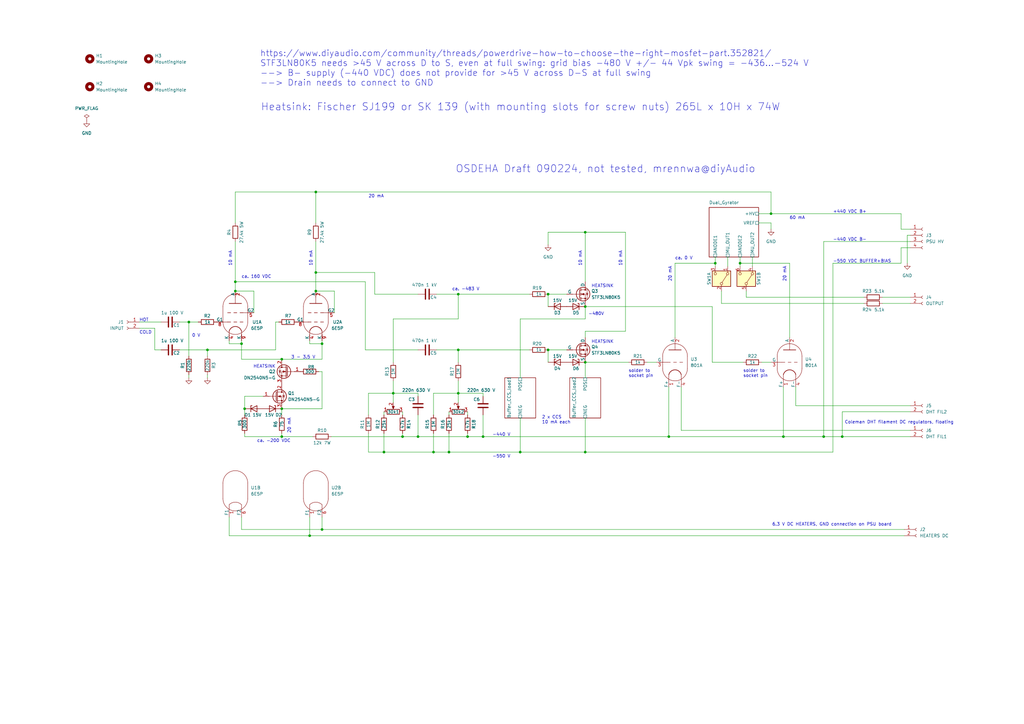
<source format=kicad_sch>
(kicad_sch (version 20230121) (generator eeschema)
  (paper "A3")
  (title_block (title "OSDEHA Amplifier"))
  (lib_symbols
    (symbol "Connector:Conn_01x02_Socket" (pin_names (offset 1.016) hide)
      (property "Reference" "J" (at 0 2.54 0))
      (property "Value" "Conn_01x02_Socket" (at 0 -5.08 0))
      (symbol "Conn_01x02_Socket_1_1"
        (arc (start 0 -2.032) (mid -0.5058 -2.54) (end 0 -3.048) (stroke (width 0.1524)))
        (polyline (pts (xy -1.27 -2.54) (xy -0.508 -2.54)) (stroke (width 0.1524)))
        (polyline (pts (xy -1.27 0) (xy -0.508 0)) (stroke (width 0.1524)))
        (arc (start 0 0.508) (mid -0.5058 0) (end 0 -0.508) (stroke (width 0.1524)))
        (pin passive line (at -5.08 0 0) (length 3.81) (name "Pin_1") (number "1"))
        (pin passive line (at -5.08 -2.54 0) (length 3.81) (name "Pin_2") (number "2"))
      )
    )
    (symbol "Connector:Conn_01x04_Socket" (pin_names (offset 1.016) hide)
      (property "Reference" "J" (at 0 5.08 0))
      (property "Value" "Conn_01x04_Socket" (at 0 -7.62 0))
      (symbol "Conn_01x04_Socket_1_1"
        (arc (start 0 -4.572) (mid -0.5058 -5.08) (end 0 -5.588) (stroke (width 0.1524)))
        (arc (start 0 -2.032) (mid -0.5058 -2.54) (end 0 -3.048) (stroke (width 0.1524)))
        (polyline (pts (xy -1.27 -5.08) (xy -0.508 -5.08)) (stroke (width 0.1524)))
        (polyline (pts (xy -1.27 -2.54) (xy -0.508 -2.54)) (stroke (width 0.1524)))
        (polyline (pts (xy -1.27 0) (xy -0.508 0)) (stroke (width 0.1524)))
        (polyline (pts (xy -1.27 2.54) (xy -0.508 2.54)) (stroke (width 0.1524)))
        (arc (start 0 0.508) (mid -0.5058 0) (end 0 -0.508) (stroke (width 0.1524)))
        (arc (start 0 3.048) (mid -0.5058 2.54) (end 0 2.032) (stroke (width 0.1524)))
        (pin passive line (at -5.08 2.54 0) (length 3.81) (name "Pin_1") (number "1"))
        (pin passive line (at -5.08 0 0) (length 3.81) (name "Pin_2") (number "2"))
        (pin passive line (at -5.08 -2.54 0) (length 3.81) (name "Pin_3") (number "3"))
        (pin passive line (at -5.08 -5.08 0) (length 3.81) (name "Pin_4") (number "4"))
      )
    )
    (symbol "Device:C" (pin_numbers hide) (pin_names (offset 0.254))
      (property "Reference" "C" (at 0.635 2.54 0))
      (property "Value" "C" (at 0.635 -2.54 0))
      (symbol "C_0_1"
        (polyline (pts (xy -2.032 -0.762) (xy 2.032 -0.762)) (stroke (width 0.508)))
        (polyline (pts (xy -2.032 0.762) (xy 2.032 0.762)) (stroke (width 0.508)))
      )
      (symbol "C_1_1"
        (pin passive line (at 0 3.81 270) (length 2.794) (name "~") (number "1"))
        (pin passive line (at 0 -3.81 90) (length 2.794) (name "~") (number "2"))
      )
    )
    (symbol "Device:D_Zener" (pin_numbers hide) (pin_names (offset 1.016) hide)
      (property "Reference" "D" (at 0 2.54 0))
      (property "Value" "D_Zener" (at 0 -2.54 0))
      (symbol "D_Zener_0_1"
        (polyline (pts (xy 1.27 0) (xy -1.27 0)))
        (polyline (pts (xy -1.27 -1.27) (xy -1.27 1.27) (xy -0.762 1.27)) (stroke (width 0.254)))
        (polyline (pts (xy 1.27 -1.27) (xy 1.27 1.27) (xy -1.27 0) (xy 1.27 -1.27)) (stroke (width 0.254)))
      )
      (symbol "D_Zener_1_1"
        (pin passive line (at -3.81 0 0) (length 2.54) (name "K") (number "1"))
        (pin passive line (at 3.81 0 180) (length 2.54) (name "A") (number "2"))
      )
    )
    (symbol "Device:R" (pin_numbers hide) (pin_names (offset 0))
      (property "Reference" "R" (at 2.032 0 90))
      (property "Value" "R" (at 0 0 90))
      (symbol "R_0_1"
        (rectangle (start -1.016 -2.54) (end 1.016 2.54) (stroke (width 0.254)))
      )
      (symbol "R_1_1"
        (pin passive line (at 0 3.81 270) (length 1.27) (name "~") (number "1"))
        (pin passive line (at 0 -3.81 90) (length 1.27) (name "~") (number "2"))
      )
    )
    (symbol "Device:R_Potentiometer" (pin_names (offset 1.016) hide)
      (property "Reference" "RV" (at -4.445 0 90))
      (property "Value" "R_Potentiometer" (at -2.54 0 90))
      (symbol "R_Potentiometer_0_1"
        (polyline (pts (xy 2.54 0) (xy 1.524 0)))
        (polyline (pts (xy 1.143 0) (xy 2.286 0.508) (xy 2.286 -0.508) (xy 1.143 0)) (fill (type outline)))
        (rectangle (start 1.016 2.54) (end -1.016 -2.54) (stroke (width 0.254)))
      )
      (symbol "R_Potentiometer_1_1"
        (pin passive line (at 0 3.81 270) (length 1.27) (name "1") (number "1"))
        (pin passive line (at 3.81 0 180) (length 1.27) (name "2") (number "2"))
        (pin passive line (at 0 -3.81 90) (length 1.27) (name "3") (number "3"))
      )
    )
    (symbol "Mechanical:MountingHole" (pin_names (offset 1.016))
      (property "Reference" "H" (at 0 5.08 0))
      (property "Value" "MountingHole" (at 0 3.175 0))
      (symbol "MountingHole_0_1"
        (circle (center 0 0) (radius 1.27) (stroke (width 1.27)))
      )
    )
    (symbol "OSDEHA_AMP:6E5P" (pin_names (offset 0))
      (property "Reference" "U" (at 3.048 7.874 0))
      (property "Value" "6E5P" (at 8.89 5.08 0))
      (symbol "6E5P_0_1"
        (arc (start -5.08 -3.81) (mid 0 -8.8679) (end 5.08 -3.81))
        (polyline (pts (xy -5.08 2.54) (xy -5.08 -3.81) (xy -5.08 -3.81)))
        (polyline (pts (xy 5.08 -3.81) (xy 5.08 2.54) (xy 5.08 2.54)))
        (arc (start 5.08 2.54) (mid 0 7.5979) (end -5.08 2.54))
      )
      (symbol "6E5P_1_0"
        (polyline (pts (xy -2.54 -7.62) (xy -2.54 -10.16)))
        (polyline (pts (xy 2.54 -7.62) (xy 2.54 -10.16)))
      )
      (symbol "6E5P_1_1"
        (polyline (pts (xy -5.08 -3.81) (xy -3.175 -3.81)))
        (polyline (pts (xy -1.905 -3.81) (xy -3.175 -3.81)) (stroke (width 0.2032)))
        (polyline (pts (xy -1.905 0) (xy -3.175 0)) (stroke (width 0.2032)))
        (polyline (pts (xy -0.635 -3.81) (xy 0.635 -3.81)) (stroke (width 0.2032)))
        (polyline (pts (xy -0.635 0) (xy 0.635 0)) (stroke (width 0.2032)))
        (polyline (pts (xy 0 3.81) (xy 0 6.35)))
        (polyline (pts (xy 1.905 -3.81) (xy 3.175 -3.81)) (stroke (width 0.2032)))
        (polyline (pts (xy 1.905 0) (xy 3.175 0)) (stroke (width 0.2032)))
        (polyline (pts (xy 3.175 0) (xy 5.08 0)))
        (polyline (pts (xy -2.54 3.81) (xy 2.54 3.81) (xy 2.54 3.81)) (stroke (width 0.254)))
        (arc (start 2.54 -7.62) (mid 0 -5.6368) (end -2.54 -7.62) (stroke (width 0.254)))
        (pin output line (at 0 8.89 270) (length 2.54) (name "A") (number "2"))
        (pin bidirectional line (at -2.54 -11.43 90) (length 2.54) (name "K") (number "4"))
        (pin input line (at 7.62 0 180) (length 2.54) (name "G2") (number "5"))
        (pin input line (at -7.62 -3.81 0) (length 2.54) (name "G1") (number "8"))
        (pin bidirectional line (at 2.54 -11.43 90) (length 2.54) (name "K") (number "9"))
      )
      (symbol "6E5P_2_1"
        (polyline (pts (xy -2.54 -6.35) (xy -2.54 -7.62) (xy -2.54 -7.62)))
        (polyline (pts (xy 2.54 -7.62) (xy 2.54 -6.35) (xy 2.54 -6.35)))
        (arc (start 2.54 -6.35) (mid 0 -5.2979) (end -2.54 -6.35))
        (pin power_in line (at -2.54 -11.43 90) (length 3.81) (name "F1") (number "1"))
        (pin power_in line (at 2.54 -11.43 90) (length 3.81) (name "F2") (number "6"))
      )
    )
    (symbol "OSDEHA_AMP:801A" (pin_names (offset 0))
      (property "Reference" "U" (at 3.048 7.874 0))
      (property "Value" "801A" (at 8.89 5.08 0))
      (symbol "801A_0_1"
        (arc (start -5.08 -2.54) (mid 0 -7.5979) (end 5.08 -2.54))
        (polyline (pts (xy 5.08 2.54) (xy 5.08 -2.54)))
        (polyline (pts (xy -5.08 2.54) (xy -5.08 -2.54) (xy -5.08 -2.54)))
        (arc (start 5.08 2.54) (mid 0 7.5979) (end -5.08 2.54))
      )
      (symbol "801A_1_0"
        (polyline (pts (xy -2.54 -5.08) (xy -2.54 -7.62)))
        (polyline (pts (xy -1.905 0) (xy -3.175 0)) (stroke (width 0.1524)))
        (polyline (pts (xy -0.635 0) (xy 0.635 0)) (stroke (width 0.1524)))
        (polyline (pts (xy 0 5.08) (xy 0 7.62)))
        (polyline (pts (xy 1.905 0) (xy 3.175 0)) (stroke (width 0.1524)))
        (polyline (pts (xy 2.54 -5.08) (xy 2.54 -7.62)))
      )
      (symbol "801A_1_1"
        (polyline (pts (xy -5.08 0) (xy -3.175 0)))
        (polyline (pts (xy -2.54 5.08) (xy 2.54 5.08) (xy 2.54 5.08)) (stroke (width 0.254)))
        (arc (start 2.54 -5.08) (mid 0 -3.0968) (end -2.54 -5.08) (stroke (width 0.254)))
        (pin bidirectional line (at -2.54 -10.16 90) (length 2.54) (name "F+") (number "1"))
        (pin output line (at 0 10.16 270) (length 2.54) (name "A") (number "2"))
        (pin input line (at -7.62 0 0) (length 2.54) (name "G") (number "3"))
        (pin bidirectional line (at 2.54 -10.16 90) (length 2.54) (name "F-") (number "4"))
      )
    )
    (symbol "Simulation_SPICE:NMOS" (pin_numbers hide) (pin_names (offset 0))
      (property "Reference" "Q" (at 5.08 1.27 0))
      (property "Value" "NMOS" (at 5.08 -1.27 0))
      (symbol "NMOS_0_1"
        (polyline (pts (xy 0.254 0) (xy -2.54 0)))
        (polyline (pts (xy 0.254 1.905) (xy 0.254 -1.905)) (stroke (width 0.254)))
        (polyline (pts (xy 0.762 -1.27) (xy 0.762 -2.286)) (stroke (width 0.254)))
        (polyline (pts (xy 0.762 0.508) (xy 0.762 -0.508)) (stroke (width 0.254)))
        (polyline (pts (xy 0.762 2.286) (xy 0.762 1.27)) (stroke (width 0.254)))
        (polyline (pts (xy 2.54 2.54) (xy 2.54 1.778)))
        (polyline (pts (xy 2.54 -2.54) (xy 2.54 0) (xy 0.762 0)))
        (polyline (pts (xy 0.762 -1.778) (xy 3.302 -1.778) (xy 3.302 1.778) (xy 0.762 1.778)))
        (polyline (pts (xy 1.016 0) (xy 2.032 0.381) (xy 2.032 -0.381) (xy 1.016 0)) (fill (type outline)))
        (polyline (pts (xy 2.794 0.508) (xy 2.921 0.381) (xy 3.683 0.381) (xy 3.81 0.254)))
        (polyline (pts (xy 3.302 0.381) (xy 2.921 -0.254) (xy 3.683 -0.254) (xy 3.302 0.381)))
        (circle (center 1.651 0) (radius 2.794) (stroke (width 0.254)))
        (circle (center 2.54 -1.778) (radius 0.254) (fill (type outline)))
        (circle (center 2.54 1.778) (radius 0.254) (fill (type outline)))
      )
      (symbol "NMOS_1_1"
        (pin passive line (at 2.54 5.08 270) (length 2.54) (name "D") (number "1"))
        (pin input line (at -5.08 0 0) (length 2.54) (name "G") (number "2"))
        (pin passive line (at 2.54 -5.08 90) (length 2.54) (name "S") (number "3"))
      )
    )
    (symbol "Switch:SW_DPDT_x2" (pin_names (offset 0) hide)
      (property "Reference" "SW" (at 0 5.08 0))
      (property "Value" "SW_DPDT_x2" (at 0 -5.08 0))
      (symbol "SW_DPDT_x2_0_0"
        (circle (center -2.032 0) (radius 0.508))
        (circle (center 2.032 -2.54) (radius 0.508))
      )
      (symbol "SW_DPDT_x2_0_1"
        (rectangle (start -3.175 3.81) (end 3.175 -3.81) (stroke (width 0.254)) (fill (type background)))
        (polyline (pts (xy -1.524 0.254) (xy 1.5748 2.286)))
        (circle (center 2.032 2.54) (radius 0.508))
      )
      (symbol "SW_DPDT_x2_1_1"
        (pin passive line (at 5.08 2.54 180) (length 2.54) (name "A") (number "1"))
        (pin passive line (at -5.08 0 0) (length 2.54) (name "B") (number "2"))
        (pin passive line (at 5.08 -2.54 180) (length 2.54) (name "C") (number "3"))
      )
      (symbol "SW_DPDT_x2_2_1"
        (pin passive line (at 5.08 2.54 180) (length 2.54) (name "A") (number "4"))
        (pin passive line (at -5.08 0 0) (length 2.54) (name "B") (number "5"))
        (pin passive line (at 5.08 -2.54 180) (length 2.54) (name "C") (number "6"))
      )
    )
    (symbol "Transistor_FET_Other:DN2540N5-G" (pin_names (offset 0) hide)
      (property "Reference" "Q" (at 5.08 1.905 0))
      (property "Value" "DN2540N5-G" (at 5.08 0 0))
      (symbol "DN2540N5-G_0_1"
        (polyline (pts (xy 0.254 0) (xy -2.54 0)))
        (polyline (pts (xy 0.254 1.905) (xy 0.254 -1.905)) (stroke (width 0.254)))
        (polyline (pts (xy 0.762 2.286) (xy 0.762 -2.286)) (stroke (width 0.254)))
        (polyline (pts (xy 2.54 2.54) (xy 2.54 1.778)))
        (polyline (pts (xy 2.54 -2.54) (xy 2.54 0) (xy 0.762 0)))
        (polyline (pts (xy 0.762 -1.778) (xy 3.302 -1.778) (xy 3.302 1.778) (xy 0.762 1.778)))
        (polyline (pts (xy 1.016 0) (xy 2.032 0.381) (xy 2.032 -0.381) (xy 1.016 0)) (fill (type outline)))
        (polyline (pts (xy 2.794 0.508) (xy 2.921 0.381) (xy 3.683 0.381) (xy 3.81 0.254)))
        (polyline (pts (xy 3.302 0.381) (xy 2.921 -0.254) (xy 3.683 -0.254) (xy 3.302 0.381)))
        (circle (center 1.651 0) (radius 2.794) (stroke (width 0.254)))
        (circle (center 2.54 -1.778) (radius 0.254) (fill (type outline)))
        (circle (center 2.54 1.778) (radius 0.254) (fill (type outline)))
      )
      (symbol "DN2540N5-G_1_1"
        (pin input line (at -5.08 0 0) (length 2.54) (name "G") (number "1"))
        (pin passive line (at 2.54 5.08 270) (length 2.54) (name "D") (number "2"))
        (pin passive line (at 2.54 -5.08 90) (length 2.54) (name "S") (number "3"))
      )
    )
    (symbol "power:GND" (power) (pin_names (offset 0))
      (property "Value" "GND" (at 0 -3.81 0))
      (symbol "GND_0_1"
        (polyline (pts (xy 0 0) (xy 0 -1.27) (xy 1.27 -1.27) (xy 0 -2.54) (xy -1.27 -1.27) (xy 0 -1.27)))
      )
      (symbol "GND_1_1"
        (pin power_in line (at 0 0 270) (length 0) hide (name "GND") (number "1"))
      )
    )
    (symbol "power:PWR_FLAG" (power) (pin_numbers hide) (pin_names (offset 0) hide)
      (property "Value" "PWR_FLAG" (at 0 3.81 0))
      (symbol "PWR_FLAG_0_0"
        (pin power_out line (at 0 0 90) (length 0) (name "pwr") (number "1"))
      )
      (symbol "PWR_FLAG_0_1"
        (polyline (pts (xy 0 0) (xy 0 1.27) (xy -1.016 1.905) (xy 0 2.54) (xy 1.016 1.905) (xy 0 1.27)))
      )
    )
  )
  (junction (at 99.06 140.97))
  (junction (at 187.96 120.65))
  (junction (at 115.57 167.64))
  (junction (at 240.03 185.42))
  (junction (at 198.12 179.07))
  (junction (at 184.15 185.42))
  (junction (at 191.77 179.07))
  (junction (at 224.79 120.65))
  (junction (at 132.08 217.17))
  (junction (at 96.52 119.38))
  (junction (at 129.54 119.38))
  (junction (at 274.32 179.07))
  (junction (at 129.54 111.76))
  (junction (at 115.57 147.32))
  (junction (at 293.37 107.95))
  (junction (at 171.45 179.07))
  (junction (at 316.23 87.63))
  (junction (at 187.96 143.51))
  (junction (at 96.52 115.57))
  (junction (at 129.54 78.74))
  (junction (at 77.47 132.08))
  (junction (at 345.44 179.07))
  (junction (at 85.09 143.51))
  (junction (at 165.1 179.07))
  (junction (at 321.31 179.07))
  (junction (at 240.03 148.59))
  (junction (at 127 219.71))
  (junction (at 115.57 179.07))
  (junction (at 303.53 107.95))
  (junction (at 100.33 167.64))
  (junction (at 213.36 185.42))
  (junction (at 132.08 140.97))
  (junction (at 161.29 161.29))
  (junction (at 240.03 125.73))
  (junction (at 187.96 161.29))
  (junction (at 240.03 95.25))
  (junction (at 337.82 179.07))
  (junction (at 177.8 185.42))
  (junction (at 157.48 185.42))
  (junction (at 224.79 143.51))
  (wire (pts (xy 292.1 148.59) (xy 304.8 148.59)))
  (wire (pts (xy 306.07 119.38) (xy 306.07 121.92)))
  (wire (pts (xy 341.63 107.95) (xy 341.63 185.42)))
  (wire (pts (xy 198.12 170.18) (xy 198.12 179.07)))
  (wire (pts (xy 99.06 139.7) (xy 99.06 140.97)))
  (wire (pts (xy 184.15 177.8) (xy 184.15 185.42)))
  (wire (pts (xy 113.03 132.08) (xy 113.03 143.51)))
  (wire (pts (xy 213.36 130.81) (xy 213.36 154.94)))
  (wire (pts (xy 96.52 115.57) (xy 149.86 115.57)))
  (wire (pts (xy 85.09 143.51) (xy 85.09 146.05)))
  (wire (pts (xy 99.06 212.09) (xy 99.06 217.17)))
  (wire (pts (xy 130.81 152.4) (xy 132.08 152.4)))
  (wire (pts (xy 93.98 140.97) (xy 99.06 140.97)))
  (wire (pts (xy 165.1 168.91) (xy 165.1 170.18)))
  (wire (pts (xy 274.32 179.07) (xy 321.31 179.07)))
  (wire (pts (xy 303.53 107.95) (xy 303.53 109.22)))
  (wire (pts (xy 213.36 185.42) (xy 240.03 185.42)))
  (wire (pts (xy 100.33 177.8) (xy 100.33 179.07)))
  (wire (pts (xy 77.47 132.08) (xy 77.47 146.05)))
  (wire (pts (xy 171.45 161.29) (xy 161.29 161.29)))
  (wire (pts (xy 129.54 111.76) (xy 129.54 119.38)))
  (wire (pts (xy 100.33 162.56) (xy 100.33 167.64)))
  (wire (pts (xy 316.23 87.63) (xy 369.57 87.63)))
  (wire (pts (xy 198.12 162.56) (xy 198.12 161.29)))
  (wire (pts (xy 213.36 171.45) (xy 213.36 185.42)))
  (wire (pts (xy 115.57 147.32) (xy 132.08 147.32)))
  (wire (pts (xy 135.89 179.07) (xy 165.1 179.07)))
  (wire (pts (xy 85.09 153.67) (xy 85.09 154.94)))
  (wire (pts (xy 165.1 177.8) (xy 165.1 179.07)))
  (wire (pts (xy 132.08 217.17) (xy 370.84 217.17)))
  (wire (pts (xy 276.86 138.43) (xy 276.86 107.95)))
  (wire (pts (xy 161.29 130.81) (xy 161.29 148.59)))
  (wire (pts (xy 127 139.7) (xy 127 140.97)))
  (wire (pts (xy 369.57 93.98) (xy 369.57 87.63)))
  (wire (pts (xy 161.29 156.21) (xy 161.29 161.29)))
  (wire (pts (xy 165.1 179.07) (xy 171.45 179.07)))
  (wire (pts (xy 132.08 167.64) (xy 115.57 167.64)))
  (wire (pts (xy 104.14 119.38) (xy 96.52 119.38)))
  (wire (pts (xy 157.48 177.8) (xy 157.48 185.42)))
  (wire (pts (xy 177.8 161.29) (xy 187.96 161.29)))
  (wire (pts (xy 132.08 152.4) (xy 132.08 167.64)))
  (wire (pts (xy 153.67 120.65) (xy 153.67 111.76)))
  (wire (pts (xy 179.07 143.51) (xy 187.96 143.51)))
  (wire (pts (xy 337.82 99.06) (xy 337.82 179.07)))
  (wire (pts (xy 323.85 138.43) (xy 323.85 107.95)))
  (wire (pts (xy 303.53 105.41) (xy 303.53 107.95)))
  (wire (pts (xy 157.48 168.91) (xy 157.48 170.18)))
  (wire (pts (xy 187.96 143.51) (xy 217.17 143.51)))
  (wire (pts (xy 100.33 179.07) (xy 115.57 179.07)))
  (wire (pts (xy 191.77 168.91) (xy 191.77 170.18)))
  (wire (pts (xy 177.8 185.42) (xy 184.15 185.42)))
  (wire (pts (xy 316.23 87.63) (xy 311.15 87.63)))
  (wire (pts (xy 279.4 158.75) (xy 279.4 176.53)))
  (wire (pts (xy 240.03 148.59) (xy 257.81 148.59)))
  (wire (pts (xy 151.13 161.29) (xy 151.13 170.18)))
  (wire (pts (xy 179.07 120.65) (xy 187.96 120.65)))
  (wire (pts (xy 312.42 148.59) (xy 316.23 148.59)))
  (wire (pts (xy 308.61 105.41) (xy 308.61 109.22)))
  (wire (pts (xy 63.5 143.51) (xy 63.5 134.62)))
  (wire (pts (xy 240.03 95.25) (xy 240.03 115.57)))
  (wire (pts (xy 295.91 124.46) (xy 354.33 124.46)))
  (wire (pts (xy 274.32 158.75) (xy 274.32 179.07)))
  (wire (pts (xy 316.23 78.74) (xy 316.23 87.63)))
  (wire (pts (xy 57.15 134.62) (xy 63.5 134.62)))
  (wire (pts (xy 295.91 119.38) (xy 295.91 124.46)))
  (wire (pts (xy 337.82 99.06) (xy 373.38 99.06)))
  (wire (pts (xy 198.12 179.07) (xy 274.32 179.07)))
  (wire (pts (xy 177.8 161.29) (xy 177.8 170.18)))
  (wire (pts (xy 187.96 120.65) (xy 187.96 130.81)))
  (wire (pts (xy 77.47 153.67) (xy 77.47 154.94)))
  (wire (pts (xy 187.96 156.21) (xy 187.96 161.29)))
  (wire (pts (xy 161.29 130.81) (xy 187.96 130.81)))
  (wire (pts (xy 66.04 143.51) (xy 63.5 143.51)))
  (wire (pts (xy 279.4 176.53) (xy 373.38 176.53)))
  (wire (pts (xy 337.82 179.07) (xy 345.44 179.07)))
  (wire (pts (xy 292.1 148.59) (xy 292.1 125.73)))
  (wire (pts (xy 151.13 177.8) (xy 151.13 185.42)))
  (wire (pts (xy 151.13 161.29) (xy 161.29 161.29)))
  (wire (pts (xy 224.79 120.65) (xy 232.41 120.65)))
  (wire (pts (xy 256.54 135.89) (xy 256.54 95.25)))
  (wire (pts (xy 132.08 147.32) (xy 132.08 140.97)))
  (wire (pts (xy 191.77 179.07) (xy 198.12 179.07)))
  (wire (pts (xy 171.45 170.18) (xy 171.45 179.07)))
  (wire (pts (xy 240.03 125.73) (xy 240.03 130.81)))
  (wire (pts (xy 345.44 168.91) (xy 345.44 179.07)))
  (wire (pts (xy 96.52 99.06) (xy 96.52 115.57)))
  (wire (pts (xy 369.57 107.95) (xy 369.57 101.6)))
  (wire (pts (xy 96.52 78.74) (xy 129.54 78.74)))
  (wire (pts (xy 99.06 147.32) (xy 115.57 147.32)))
  (wire (pts (xy 93.98 139.7) (xy 93.98 140.97)))
  (wire (pts (xy 240.03 125.73) (xy 292.1 125.73)))
  (wire (pts (xy 115.57 177.8) (xy 115.57 179.07)))
  (wire (pts (xy 316.23 91.44) (xy 316.23 93.98)))
  (wire (pts (xy 321.31 179.07) (xy 337.82 179.07)))
  (wire (pts (xy 157.48 185.42) (xy 177.8 185.42)))
  (wire (pts (xy 276.86 107.95) (xy 293.37 107.95)))
  (wire (pts (xy 129.54 91.44) (xy 129.54 78.74)))
  (wire (pts (xy 115.57 179.07) (xy 128.27 179.07)))
  (wire (pts (xy 373.38 168.91) (xy 345.44 168.91)))
  (wire (pts (xy 341.63 107.95) (xy 369.57 107.95)))
  (wire (pts (xy 171.45 120.65) (xy 153.67 120.65)))
  (wire (pts (xy 100.33 167.64) (xy 100.33 170.18)))
  (wire (pts (xy 151.13 185.42) (xy 157.48 185.42)))
  (wire (pts (xy 73.66 132.08) (xy 77.47 132.08)))
  (wire (pts (xy 132.08 212.09) (xy 132.08 217.17)))
  (wire (pts (xy 127 140.97) (xy 132.08 140.97)))
  (wire (pts (xy 129.54 99.06) (xy 129.54 111.76)))
  (wire (pts (xy 57.15 132.08) (xy 66.04 132.08)))
  (wire (pts (xy 187.96 143.51) (xy 187.96 148.59)))
  (wire (pts (xy 115.57 167.64) (xy 115.57 170.18)))
  (wire (pts (xy 361.95 121.92) (xy 373.38 121.92)))
  (wire (pts (xy 149.86 143.51) (xy 149.86 115.57)))
  (wire (pts (xy 326.39 158.75) (xy 326.39 166.37)))
  (wire (pts (xy 129.54 78.74) (xy 316.23 78.74)))
  (wire (pts (xy 224.79 143.51) (xy 232.41 143.51)))
  (wire (pts (xy 361.95 124.46) (xy 373.38 124.46)))
  (wire (pts (xy 213.36 130.81) (xy 240.03 130.81)))
  (wire (pts (xy 293.37 109.22) (xy 293.37 107.95)))
  (wire (pts (xy 73.66 143.51) (xy 85.09 143.51)))
  (wire (pts (xy 77.47 132.08) (xy 81.28 132.08)))
  (wire (pts (xy 224.79 100.33) (xy 224.79 95.25)))
  (wire (pts (xy 187.96 161.29) (xy 187.96 165.1)))
  (wire (pts (xy 171.45 143.51) (xy 149.86 143.51)))
  (wire (pts (xy 311.15 91.44) (xy 316.23 91.44)))
  (wire (pts (xy 99.06 140.97) (xy 99.06 147.32)))
  (wire (pts (xy 99.06 217.17) (xy 132.08 217.17)))
  (wire (pts (xy 184.15 168.91) (xy 184.15 170.18)))
  (wire (pts (xy 137.16 128.27) (xy 137.16 119.38)))
  (wire (pts (xy 171.45 179.07) (xy 191.77 179.07)))
  (wire (pts (xy 265.43 148.59) (xy 269.24 148.59)))
  (wire (pts (xy 256.54 95.25) (xy 240.03 95.25)))
  (wire (pts (xy 372.11 96.52) (xy 373.38 96.52)))
  (wire (pts (xy 240.03 171.45) (xy 240.03 185.42)))
  (wire (pts (xy 96.52 78.74) (xy 96.52 91.44)))
  (wire (pts (xy 240.03 185.42) (xy 341.63 185.42)))
  (wire (pts (xy 198.12 161.29) (xy 187.96 161.29)))
  (wire (pts (xy 369.57 101.6) (xy 373.38 101.6)))
  (wire (pts (xy 127 219.71) (xy 370.84 219.71)))
  (wire (pts (xy 321.31 158.75) (xy 321.31 179.07)))
  (wire (pts (xy 240.03 138.43) (xy 240.03 135.89)))
  (wire (pts (xy 100.33 162.56) (xy 107.95 162.56)))
  (wire (pts (xy 113.03 143.51) (xy 85.09 143.51)))
  (wire (pts (xy 303.53 107.95) (xy 323.85 107.95)))
  (wire (pts (xy 129.54 111.76) (xy 153.67 111.76)))
  (wire (pts (xy 132.08 139.7) (xy 132.08 140.97)))
  (wire (pts (xy 224.79 120.65) (xy 224.79 125.73)))
  (wire (pts (xy 96.52 115.57) (xy 96.52 119.38)))
  (wire (pts (xy 372.11 96.52) (xy 372.11 107.95)))
  (wire (pts (xy 93.98 212.09) (xy 93.98 219.71)))
  (wire (pts (xy 104.14 128.27) (xy 104.14 119.38)))
  (wire (pts (xy 127 212.09) (xy 127 219.71)))
  (wire (pts (xy 161.29 161.29) (xy 161.29 165.1)))
  (wire (pts (xy 177.8 177.8) (xy 177.8 185.42)))
  (wire (pts (xy 293.37 105.41) (xy 293.37 107.95)))
  (wire (pts (xy 326.39 166.37) (xy 373.38 166.37)))
  (wire (pts (xy 240.03 148.59) (xy 240.03 154.94)))
  (wire (pts (xy 187.96 120.65) (xy 217.17 120.65)))
  (wire (pts (xy 137.16 119.38) (xy 129.54 119.38)))
  (wire (pts (xy 184.15 185.42) (xy 213.36 185.42)))
  (wire (pts (xy 306.07 121.92) (xy 354.33 121.92)))
  (wire (pts (xy 191.77 177.8) (xy 191.77 179.07)))
  (wire (pts (xy 224.79 95.25) (xy 240.03 95.25)))
  (wire (pts (xy 224.79 143.51) (xy 224.79 148.59)))
  (wire (pts (xy 114.3 132.08) (xy 113.03 132.08)))
  (wire (pts (xy 298.45 105.41) (xy 298.45 109.22)))
  (wire (pts (xy 345.44 179.07) (xy 373.38 179.07)))
  (wire (pts (xy 240.03 135.89) (xy 256.54 135.89)))
  (wire (pts (xy 373.38 93.98) (xy 369.57 93.98)))
  (wire (pts (xy 93.98 219.71) (xy 127 219.71)))
  (wire (pts (xy 171.45 162.56) (xy 171.45 161.29)))
  (text "Heatsink: Fischer SJ199 or SK 139 (with mounting slots for screw nuts) 265L x 10H x 74W" (at 320.04 45.72 0) (effects (font (size 3 3)) (justify right bottom)))
  (text "HEATSINK" (at 113.03 151.13 0) (effects (font (size 1.27 1.27)) (justify right bottom)))
  (text "ca. 160 VDC" (at 99.06 114.3 0) (effects (font (size 1.27 1.27)) (justify left bottom)))
  (text "ca. -200 VDC" (at 105.41 181.61 0) (effects (font (size 1.27 1.27)) (justify left bottom)))
  (text "-440 VDC B-" (at 341.63 99.06 0) (effects (font (size 1.27 1.27)) (justify left bottom)))
  (text "10 mA" (at 255.27 109.22 90) (effects (font (size 1.27 1.27)) (justify left bottom)))
  (text "10 mA" (at 128.27 109.22 90) (effects (font (size 1.27 1.27)) (justify left bottom)))
  (text "-550 VDC BUFFER+BIAS" (at 341.63 107.95 0) (effects (font (size 1.27 1.27)) (justify left bottom)))
  (text "HEATSINK" (at 242.57 140.97 0) (effects (font (size 1.27 1.27)) (justify left bottom)))
  (text "+440 VDC B+" (at 341.63 87.63 0) (effects (font (size 1.27 1.27)) (justify left bottom)))
  (text "HOT" (at 57.15 132.08 0) (effects (font (size 1.27 1.27)) (justify left bottom)))
  (text "20 mA" (at 275.59 109.22 90) (effects (font (size 1.27 1.27)) (justify right bottom)))
  (text "3 - 3.5 V" (at 119.38 147.32 0) (effects (font (size 1.27 1.27)) (justify left bottom)))
  (text "-550 V" (at 201.93 187.96 0) (effects (font (size 1.27 1.27)) (justify left bottom)))
  (text "-440 V" (at 201.93 179.07 0) (effects (font (size 1.27 1.27)) (justify left bottom)))
  (text "20 mA" (at 157.48 81.28 0) (effects (font (size 1.27 1.27)) (justify right bottom)))
  (text "https://www.diyaudio.com/community/threads/powerdrive-how-to-choose-the-right-mosfet-part.352821/\nSTF3LN80K5 needs >45 V across D to S, even at full swing: grid bias -480 V +/- 44 Vpk swing = -436...-524 V\n--> B- supply (-440 VDC) does not provide for >45 V across D-S at full swing\n--> Drain needs to connect to GND" (at 106.68 35.56 0) (effects (font (size 2.5 2.5)) (justify left bottom)))
  (text "-480V" (at 241.3 129.54 0) (effects (font (size 1.27 1.27)) (justify left bottom)))
  (text "ca. -483 V" (at 185.42 119.38 0) (effects (font (size 1.27 1.27)) (justify left bottom)))
  (text "60 mA" (at 330.2 90.17 0) (effects (font (size 1.27 1.27)) (justify right bottom)))
  (text "0 V" (at 78.74 138.43 0) (effects (font (size 1.27 1.27)) (justify left bottom)))
  (text "20 mA" (at 322.58 109.22 90) (effects (font (size 1.27 1.27)) (justify right bottom)))
  (text "ca. 0 V" (at 276.86 106.68 0) (effects (font (size 1.27 1.27)) (justify left bottom)))
  (text "6.3 V DC HEATERS, GND connection on PSU board" (at 365.76 215.9 0) (effects (font (size 1.27 1.27)) (justify right bottom)))
  (text "Coleman DHT filament DC regulators, floating" (at 391.16 173.99 0) (effects (font (size 1.27 1.27)) (justify right bottom)))
  (text "HEATSINK" (at 242.57 118.11 0) (effects (font (size 1.27 1.27)) (justify left bottom)))
  (text "10 mA" (at 95.25 109.22 90) (effects (font (size 1.27 1.27)) (justify left bottom)))
  (text "solder to\nsocket pin" (at 257.81 154.94 0) (effects (font (size 1.27 1.27)) (justify left bottom)))
  (text "OSDEHA Draft 090224, not tested, mrennwa@diyAudio" (at 309.88 71.12 0) (effects (font (size 3 3)) (justify right bottom)))
  (text "solder to\nsocket pin" (at 304.8 154.94 0) (effects (font (size 1.27 1.27)) (justify left bottom)))
  (text "COLD" (at 57.15 137.16 0) (effects (font (size 1.27 1.27)) (justify left bottom)))
  (text "10 mA" (at 238.76 109.22 90) (effects (font (size 1.27 1.27)) (justify left bottom)))
  (text "2 x CCS\n10 mA each" (at 222.25 173.99 0) (effects (font (size 1.27 1.27)) (justify left bottom)))
  (text "20 mA" (at 119.38 177.8 90) (effects (font (size 1.27 1.27)) (justify left bottom)))
  (symbol (lib_id "Device:R") (at 129.54 95.25 180) (unit 1)
    (property "Reference" "R9" (at 127 95.25 90))
    (property "Value" "27.4k 5W" (at 132.08 95.25 90))
    (property "Footprint" "Resistor_THT:R_Axial_DIN0922_L20.0mm_D9.0mm_P7.62mm_Vertical" (effects hide))
    (property "Datasheet" "https://www.mouser.ch/datasheet/2/303/res_80-3082561.pdf" (effects hide))
    (property "MPN" "85F27K4 " (effects hide))
  )
  (symbol (lib_id "Switch:SW_DPDT_x2") (at 295.91 114.3 270) (mirror x) (unit 1)
    (property "Reference" "SW1" (at 290.83 114.3 0))
    (property "Value" "SW_DPDT_x2" (effects hide))
    (property "Footprint" "OSDEHA_AMP:SWITCH_2POLE_ON_ON" (effects hide))
    (property "Datasheet" "https://www.mouser.ch/datasheet/2/418/1/NG_CD_2267078_A_2267078_c.dwg-689385.pdf" (effects hide))
    (property "MPN" "TMD1T5B2M2RE " (effects hide))
  )
  (symbol (lib_id "power:GND") (at 77.47 154.94 0) (unit 1)
    (property "Reference" "#PWR02" (effects hide))
    (property "Value" "GND" (effects hide))
  )
  (symbol (lib_id "OSDEHA_AMP:6E5P") (at 96.52 128.27 0) (unit 1)
    (property "Reference" "U1" (at 105.41 132.08 0))
    (property "Value" "6E5P" (at 105.41 134.62 0))
    (property "Footprint" "OSDEHA_AMP:belton_noval-bside" (effects hide))
  )
  (symbol (lib_id "Device:C") (at 69.85 132.08 270) (unit 1)
    (property "Reference" "C1" (at 72.39 133.35 90))
    (property "Value" "1u 100 V" (at 66.04 128.27 90) (effects (justify left)))
    (property "Footprint" "Capacitor_THT:C_Rect_L26.5mm_W7.0mm_P22.50mm_MKS4" (effects hide))
    (property "Datasheet" "https://www.mouser.ch/datasheet/2/440/e_WIMA_MKP_4-1139861.pdf" (effects hide))
    (property "MPN" "MKP4D041005D00JSSD" (effects hide))
  )
  (symbol (lib_id "Device:R") (at 115.57 173.99 0) (unit 1)
    (property "Reference" "R6" (at 113.03 173.99 90))
    (property "Value" "75" (at 115.57 173.99 90))
    (property "Footprint" "Resistor_THT:R_Axial_DIN0207_L6.3mm_D2.5mm_P10.16mm_Horizontal" (effects hide))
  )
  (symbol (lib_id "Transistor_FET_Other:DN2540N5-G") (at 113.03 162.56 0) (unit 1)
    (property "Reference" "Q1" (at 118.11 161.29 0) (effects (justify left)))
    (property "Value" "DN2540N5-G" (at 118.11 163.83 0) (effects (justify left)))
    (property "Footprint" "Package_TO_SOT_THT:TO-220-3_Vertical" (effects hide))
    (property "Datasheet" "https://ww1.microchip.com/downloads/en/DeviceDoc/DN2540%20B060313.pdf" (effects hide))
    (property "MPN" "DN2540N5-G" (effects hide))
  )
  (symbol (lib_id "Device:R") (at 96.52 95.25 180) (unit 1)
    (property "Reference" "R4" (at 93.98 95.25 90))
    (property "Value" "27.4k 5W" (at 99.06 95.25 90))
    (property "Footprint" "Resistor_THT:R_Axial_DIN0922_L20.0mm_D9.0mm_P7.62mm_Vertical" (effects hide))
    (property "Datasheet" "https://www.mouser.ch/datasheet/2/303/res_80-3082561.pdf" (effects hide))
    (property "MPN" "85F27K4 " (effects hide))
  )
  (symbol (lib_id "OSDEHA_AMP:6E5P") (at 129.54 200.66 0) (unit 2)
    (property "Reference" "U2" (at 135.89 200.025 0) (effects (justify left)))
    (property "Value" "6E5P" (at 135.89 202.565 0) (effects (justify left)))
    (property "Footprint" "OSDEHA_AMP:belton_noval-bside" (effects hide))
  )
  (symbol (lib_id "Device:R") (at 118.11 132.08 270) (unit 1)
    (property "Reference" "R7" (at 116.84 129.54 90) (effects (justify left)))
    (property "Value" "1k" (at 116.84 132.08 90) (effects (justify left)))
    (property "Footprint" "Resistor_THT:R_Axial_DIN0207_L6.3mm_D2.5mm_P10.16mm_Horizontal" (effects hide))
  )
  (symbol (lib_id "Device:R") (at 85.09 132.08 90) (unit 1)
    (property "Reference" "R2" (at 86.36 129.54 90) (effects (justify left)))
    (property "Value" "1k" (at 86.36 132.08 90) (effects (justify left)))
    (property "Footprint" "Resistor_THT:R_Axial_DIN0207_L6.3mm_D2.5mm_P10.16mm_Horizontal" (effects hide))
  )
  (symbol (lib_id "power:GND") (at 224.79 100.33 0) (unit 1)
    (property "Reference" "#PWR04" (effects hide))
    (property "Value" "GND" (at 224.79 105.41 0))
  )
  (symbol (lib_id "Switch:SW_DPDT_x2") (at 306.07 114.3 270) (mirror x) (unit 2)
    (property "Reference" "SW1" (at 311.15 114.3 0))
    (property "Value" "SW_DPDT_x2" (effects hide))
    (property "Footprint" "OSDEHA_AMP:SWITCH_2POLE_ON_ON" (effects hide))
    (property "Datasheet" "https://www.mouser.ch/datasheet/2/418/1/NG_CD_2267078_A_2267078_c.dwg-689385.pdf" (effects hide))
    (property "MPN" "TMD1T5B2M2RE " (effects hide))
  )
  (symbol (lib_id "Connector:Conn_01x02_Socket") (at 378.46 166.37 0) (unit 1)
    (property "Reference" "J5" (at 379.73 166.37 0) (effects (justify left)))
    (property "Value" "DHT FIL2" (at 379.73 168.91 0) (effects (justify left)))
    (property "Footprint" "Connector_Molex:Molex_KK-396_A-41791-0002_1x02_P3.96mm_Vertical" (effects hide))
    (property "Datasheet" "https://www.mouser.ch/ProductDetail/Molex/41791-0849?qs=z57USrEQgt3onYoexwRNhA%3D%3D" (effects hide))
  )
  (symbol (lib_id "OSDEHA_AMP:801A") (at 276.86 148.59 0) (unit 1)
    (property "Reference" "U3" (at 283.21 147.32 0) (effects (justify left)))
    (property "Value" "801A" (at 283.21 149.86 0) (effects (justify left)))
    (property "Footprint" "Connector_Molex:Molex_KK-396_A-41791-0004_1x04_P3.96mm_Vertical" (effects hide))
    (property "Datasheet" "http://www.r-type.org/pdfs/801A.pdf" (effects hide))
  )
  (symbol (lib_id "Device:R") (at 220.98 120.65 90) (unit 1)
    (property "Reference" "R19" (at 222.25 118.11 90) (effects (justify left)))
    (property "Value" "1k" (at 222.25 120.65 90) (effects (justify left)))
    (property "Footprint" "Resistor_THT:R_Axial_DIN0207_L6.3mm_D2.5mm_P10.16mm_Horizontal" (effects hide))
  )
  (symbol (lib_id "Device:R") (at 261.62 148.59 90) (unit 1) (on_board no)
    (property "Reference" "R21" (at 261.62 146.05 90))
    (property "Value" "1k" (at 261.62 148.59 90))
    (property "Footprint" "Resistor_THT:R_Axial_DIN0207_L6.3mm_D2.5mm_P10.16mm_Horizontal" (effects hide))
  )
  (symbol (lib_id "Device:R") (at 157.48 173.99 180) (unit 1)
    (property "Reference" "R12" (at 154.94 173.99 90))
    (property "Value" "25k" (at 157.48 173.99 90))
    (property "Footprint" "Resistor_THT:R_Axial_DIN0207_L6.3mm_D2.5mm_P10.16mm_Horizontal" (effects hide))
  )
  (symbol (lib_id "Mechanical:MountingHole") (at 36.83 35.56 0) (unit 1)
    (property "Reference" "H2" (at 39.37 34.29 0) (effects (justify left)))
    (property "Value" "MountingHole" (at 39.37 36.83 0) (effects (justify left)))
    (property "Footprint" "MountingHole:MountingHole_3.2mm_M3" (effects hide))
  )
  (symbol (lib_id "power:GND") (at 316.23 93.98 0) (unit 1)
    (property "Reference" "#PWR05" (effects hide))
    (property "Value" "GND" (at 316.23 99.06 0))
  )
  (symbol (lib_id "Device:R") (at 177.8 173.99 0) (unit 1)
    (property "Reference" "R15" (at 175.26 173.99 90))
    (property "Value" "1M" (at 177.8 173.99 90))
    (property "Footprint" "Resistor_THT:R_Axial_DIN0207_L6.3mm_D2.5mm_P10.16mm_Horizontal" (effects hide))
  )
  (symbol (lib_id "Connector:Conn_01x02_Socket") (at 378.46 176.53 0) (unit 1)
    (property "Reference" "J6" (at 379.73 176.53 0) (effects (justify left)))
    (property "Value" "DHT FIL1" (at 379.73 179.07 0) (effects (justify left)))
    (property "Footprint" "Connector_Molex:Molex_KK-396_A-41791-0002_1x02_P3.96mm_Vertical" (effects hide))
    (property "Datasheet" "https://www.mouser.ch/ProductDetail/Molex/41791-0849?qs=z57USrEQgt3onYoexwRNhA%3D%3D" (effects hide))
  )
  (symbol (lib_id "Device:R") (at 165.1 173.99 180) (unit 1)
    (property "Reference" "R14" (at 167.64 173.99 90))
    (property "Value" "47k" (at 165.1 173.99 90))
    (property "Footprint" "Resistor_THT:R_Axial_DIN0207_L6.3mm_D2.5mm_P10.16mm_Horizontal" (effects hide))
  )
  (symbol (lib_id "Mechanical:MountingHole") (at 60.96 24.13 0) (unit 1)
    (property "Reference" "H3" (at 63.5 22.86 0) (effects (justify left)))
    (property "Value" "MountingHole" (at 63.5 25.4 0) (effects (justify left)))
    (property "Footprint" "MountingHole:MountingHole_3.2mm_M3" (effects hide))
  )
  (symbol (lib_id "Device:R") (at 220.98 143.51 90) (unit 1)
    (property "Reference" "R20" (at 222.25 140.97 90) (effects (justify left)))
    (property "Value" "1k" (at 222.25 143.51 90) (effects (justify left)))
    (property "Footprint" "Resistor_THT:R_Axial_DIN0207_L6.3mm_D2.5mm_P10.16mm_Horizontal" (effects hide))
  )
  (symbol (lib_id "Device:C") (at 171.45 166.37 0) (unit 1)
    (property "Reference" "C3" (at 170.18 163.83 0) (effects (justify right)))
    (property "Value" "220n 630 V" (at 176.53 160.02 0) (effects (justify right)))
    (property "Footprint" "Capacitor_THT:C_Rect_L18.0mm_W9.0mm_P15.00mm_FKS3_FKP3" (effects hide))
    (property "Datasheet" "https://www.mouser.ch/datasheet/2/440/e_WIMA_MKP_4-1139861.pdf" (effects hide))
    (property "MPN" "MKP4J032204J00KSSD " (effects hide))
  )
  (symbol (lib_id "Device:R") (at 132.08 179.07 90) (unit 1)
    (property "Reference" "R10" (at 132.08 176.53 90))
    (property "Value" "12k 7W" (at 132.08 181.61 90))
    (property "Footprint" "Resistor_THT:R_Axial_Power_L25.0mm_W9.0mm_P7.62mm_Vertical" (effects hide))
    (property "Datasheet" "https://www.vishay.com/docs/28730/ac_ac-at_ac-ni.pdf" (effects hide))
    (property "MPN" "AC07000001202JAC00 " (effects hide))
  )
  (symbol (lib_id "Device:R") (at 184.15 173.99 180) (unit 1)
    (property "Reference" "R16" (at 181.61 173.99 90))
    (property "Value" "25k" (at 184.15 173.99 90))
    (property "Footprint" "Resistor_THT:R_Axial_DIN0207_L6.3mm_D2.5mm_P10.16mm_Horizontal" (effects hide))
  )
  (symbol (lib_id "Device:D_Zener") (at 104.14 167.64 0) (unit 1)
    (property "Reference" "D1" (at 101.6 170.18 0))
    (property "Value" "15V" (at 105.41 170.18 0))
    (property "Footprint" "Diode_THT:D_DO-41_SOD81_P7.62mm_Horizontal" (effects hide))
    (property "MPN" "ZY15" (effects hide))
  )
  (symbol (lib_id "Connector:Conn_01x02_Socket") (at 375.92 217.17 0) (unit 1)
    (property "Reference" "J2" (at 377.19 217.17 0) (effects (justify left)))
    (property "Value" "HEATERS DC" (at 377.19 219.71 0) (effects (justify left)))
    (property "Footprint" "Connector_Molex:Molex_KK-396_5273-02A_1x02_P3.96mm_Vertical" (effects hide))
  )
  (symbol (lib_id "Device:R") (at 151.13 173.99 0) (unit 1)
    (property "Reference" "R11" (at 148.59 173.99 90))
    (property "Value" "1M" (at 151.13 173.99 90))
    (property "Footprint" "Resistor_THT:R_Axial_DIN0207_L6.3mm_D2.5mm_P10.16mm_Horizontal" (effects hide))
  )
  (symbol (lib_id "OSDEHA_AMP:6E5P") (at 129.54 128.27 0) (unit 1)
    (property "Reference" "U2" (at 138.43 132.08 0))
    (property "Value" "6E5P" (at 138.43 134.62 0))
    (property "Footprint" "OSDEHA_AMP:belton_noval-bside" (effects hide))
  )
  (symbol (lib_id "Device:D_Zener") (at 228.6 125.73 0) (unit 1)
    (property "Reference" "D3" (at 228.6 128.27 0))
    (property "Value" "15V" (at 228.6 123.19 0))
    (property "Footprint" "Diode_THT:D_DO-41_SOD81_P7.62mm_Horizontal" (effects hide))
    (property "MPN" "ZY15" (effects hide))
  )
  (symbol (lib_id "Device:R_Potentiometer") (at 161.29 168.91 90) (unit 1)
    (property "Reference" "30k1" (at 161.29 168.91 90))
    (property "Value" "~" (at 167.64 175.26 90))
    (property "Footprint" "Potentiometer_THT:Potentiometer_Bourns_3296W_Vertical" (effects hide))
  )
  (symbol (lib_id "Device:R") (at 358.14 121.92 90) (unit 1)
    (property "Reference" "R23" (at 355.6 119.38 90))
    (property "Value" "5.1k" (at 360.68 119.38 90))
    (property "Footprint" "Resistor_THT:R_Axial_DIN0207_L6.3mm_D2.5mm_P10.16mm_Horizontal" (effects hide))
  )
  (symbol (lib_id "Device:R") (at 100.33 173.99 180) (unit 1)
    (property "Reference" "R5" (at 98.425 172.085 90) (effects (justify left)))
    (property "Value" "300" (at 100.33 173.99 90))
    (property "Footprint" "Resistor_THT:R_Axial_DIN0207_L6.3mm_D2.5mm_P10.16mm_Horizontal" (effects hide))
  )
  (symbol (lib_id "power:GND") (at 85.09 154.94 0) (unit 1)
    (property "Reference" "#PWR03" (effects hide))
    (property "Value" "GND" (effects hide))
  )
  (symbol (lib_id "Connector:Conn_01x04_Socket") (at 378.46 96.52 0) (unit 1)
    (property "Reference" "J3" (at 379.73 96.52 0) (effects (justify left)))
    (property "Value" "PSU HV" (at 379.73 99.06 0) (effects (justify left)))
    (property "Footprint" "Connector_Molex:Molex_KK-396_A-41791-0004_1x04_P3.96mm_Vertical" (effects hide))
    (property "Datasheet" "https://www.mouser.ch/ProductDetail/Molex/41791-0851?qs=LD9zNoQ5lgUDGtVX5jMt3g%3D%3D" (effects hide))
  )
  (symbol (lib_id "Device:C") (at 175.26 143.51 270) (unit 1)
    (property "Reference" "C5" (at 177.8 144.78 90))
    (property "Value" "470n 1 kV" (at 168.91 139.7 90) (effects (justify left)))
    (property "Footprint" "Capacitor_THT:C_Rect_L31.5mm_W13.0mm_P27.50mm_MKS4" (effects hide))
    (property "Datasheet" "https://www.mouser.ch/datasheet/2/440/e_WIMA_MKP_4-1139861.pdf" (effects hide))
    (property "MPN" "MKP1J034706B00JYSD" (effects hide))
  )
  (symbol (lib_id "Device:R") (at 191.77 173.99 180) (unit 1)
    (property "Reference" "R18" (at 194.31 173.99 90))
    (property "Value" "47k" (at 191.77 173.99 90))
    (property "Footprint" "Resistor_THT:R_Axial_DIN0207_L6.3mm_D2.5mm_P10.16mm_Horizontal" (effects hide))
  )
  (symbol (lib_id "Device:R") (at 308.61 148.59 90) (unit 1) (on_board no)
    (property "Reference" "R22" (at 308.61 146.05 90))
    (property "Value" "1k" (at 308.61 148.59 90))
    (property "Footprint" "Resistor_THT:R_Axial_DIN0207_L6.3mm_D2.5mm_P10.16mm_Horizontal" (effects hide))
  )
  (symbol (lib_id "Device:C") (at 198.12 166.37 0) (unit 1)
    (property "Reference" "C6" (at 196.85 163.83 0) (effects (justify right)))
    (property "Value" "220n 630 V" (at 203.2 160.02 0) (effects (justify right)))
    (property "Footprint" "Capacitor_THT:C_Rect_L18.0mm_W9.0mm_P15.00mm_FKS3_FKP3" (effects hide))
    (property "Datasheet" "https://www.mouser.ch/datasheet/2/440/e_WIMA_MKP_4-1139861.pdf" (effects hide))
    (property "MPN" "MKP4J032204J00KSSD " (effects hide))
  )
  (symbol (lib_id "power:GND") (at 35.56 49.53 0) (unit 1)
    (property "Reference" "#PWR01" (effects hide))
    (property "Value" "GND" (at 35.56 54.61 0))
  )
  (symbol (lib_id "power:GND") (at 372.11 107.95 0) (unit 1)
    (property "Reference" "#PWR06" (effects hide))
    (property "Value" "GND" (at 372.11 113.03 0))
  )
  (symbol (lib_id "power:PWR_FLAG") (at 35.56 49.53 0) (unit 1)
    (property "Reference" "#FLG01" (effects hide))
    (property "Value" "PWR_FLAG" (at 35.56 44.45 0))
  )
  (symbol (lib_id "Connector:Conn_01x02_Socket") (at 378.46 121.92 0) (unit 1)
    (property "Reference" "J4" (at 379.73 121.92 0) (effects (justify left)))
    (property "Value" "OUTPUT" (at 379.73 124.46 0) (effects (justify left)))
    (property "Footprint" "Connector_Molex:Molex_KK-396_A-41791-0002_1x02_P3.96mm_Vertical" (effects hide))
    (property "Datasheet" "https://www.mouser.ch/ProductDetail/Molex/41791-0849?qs=z57USrEQgt3onYoexwRNhA%3D%3D" (effects hide))
  )
  (symbol (lib_id "Device:D_Zener") (at 236.22 148.59 0) (mirror y) (unit 1)
    (property "Reference" "D6" (at 236.22 151.13 0))
    (property "Value" "15V" (at 234.95 146.05 0))
    (property "Footprint" "Diode_THT:D_DO-41_SOD81_P7.62mm_Horizontal" (effects hide))
    (property "MPN" "ZY15" (effects hide))
  )
  (symbol (lib_id "Device:R") (at 161.29 152.4 180) (unit 1)
    (property "Reference" "R13" (at 158.75 152.4 90))
    (property "Value" "1M" (at 161.29 152.4 90))
    (property "Footprint" "Resistor_THT:R_Axial_DIN0207_L6.3mm_D2.5mm_P10.16mm_Horizontal" (effects hide))
  )
  (symbol (lib_id "Connector:Conn_01x02_Socket") (at 52.07 132.08 0) (mirror y) (unit 1)
    (property "Reference" "J1" (at 50.8 132.08 0) (effects (justify left)))
    (property "Value" "INPUT" (at 50.8 134.62 0) (effects (justify left)))
    (property "Footprint" "Connector_Molex:Molex_KK-396_5273-02A_1x02_P3.96mm_Vertical" (effects hide))
  )
  (symbol (lib_id "Device:C") (at 69.85 143.51 270) (unit 1)
    (property "Reference" "C2" (at 72.39 144.78 90))
    (property "Value" "1u 100 V" (at 66.04 139.7 90) (effects (justify left)))
    (property "Footprint" "Capacitor_THT:C_Rect_L26.5mm_W7.0mm_P22.50mm_MKS4" (effects hide))
    (property "Datasheet" "https://www.mouser.ch/datasheet/2/440/e_WIMA_MKP_4-1139861.pdf" (effects hide))
    (property "MPN" "MKP4D041005D00JSSD" (effects hide))
  )
  (symbol (lib_id "Device:D_Zener") (at 236.22 125.73 0) (mirror y) (unit 1)
    (property "Reference" "D5" (at 236.22 128.27 0))
    (property "Value" "15V" (at 234.95 123.19 0))
    (property "Footprint" "Diode_THT:D_DO-41_SOD81_P7.62mm_Horizontal" (effects hide))
    (property "MPN" "ZY15" (effects hide))
  )
  (symbol (lib_id "Mechanical:MountingHole") (at 60.96 35.56 0) (unit 1)
    (property "Reference" "H4" (at 63.5 34.29 0) (effects (justify left)))
    (property "Value" "MountingHole" (at 63.5 36.83 0) (effects (justify left)))
    (property "Footprint" "MountingHole:MountingHole_3.2mm_M3" (effects hide))
  )
  (symbol (lib_id "Simulation_SPICE:NMOS") (at 237.49 120.65 0) (unit 1)
    (property "Reference" "Q3" (at 242.57 119.38 0) (effects (justify left)))
    (property "Value" "STF3LN80K5" (at 242.57 121.92 0) (effects (justify left)))
    (property "Footprint" "Package_TO_SOT_THT:TO-220-3_Vertical" (effects hide))
    (property "Datasheet" "https://www.mouser.ch/datasheet/2/389/stf8n80k5-1850706.pdf" (effects hide))
    (property "MPN" "STF3LN80K5" (effects hide))
  )
  (symbol (lib_id "Device:R") (at 85.09 149.86 0) (unit 1)
    (property "Reference" "R3" (at 87.63 149.86 90))
    (property "Value" "220k" (at 85.09 149.86 90))
    (property "Footprint" "Resistor_THT:R_Axial_DIN0207_L6.3mm_D2.5mm_P10.16mm_Horizontal" (effects hide))
  )
  (symbol (lib_id "Device:R") (at 77.47 149.86 0) (unit 1)
    (property "Reference" "R1" (at 74.93 149.86 90))
    (property "Value" "220k" (at 77.47 149.86 90))
    (property "Footprint" "Resistor_THT:R_Axial_DIN0207_L6.3mm_D2.5mm_P10.16mm_Horizontal" (effects hide))
  )
  (symbol (lib_id "Device:R_Potentiometer") (at 187.96 168.91 90) (unit 1)
    (property "Reference" "30k2" (at 187.96 168.91 90))
    (property "Value" "~" (at 194.31 175.26 90))
    (property "Footprint" "Potentiometer_THT:Potentiometer_Bourns_3296W_Vertical" (effects hide))
  )
  (symbol (lib_id "Transistor_FET_Other:DN2540N5-G") (at 118.11 152.4 0) (mirror y) (unit 1)
    (property "Reference" "Q2" (at 113.03 152.4 0) (effects (justify left)))
    (property "Value" "DN2540N5-G" (at 113.03 154.94 0) (effects (justify left)))
    (property "Footprint" "Package_TO_SOT_THT:TO-220-3_Vertical" (effects hide))
    (property "Datasheet" "https://ww1.microchip.com/downloads/en/DeviceDoc/DN2540%20B060313.pdf" (effects hide))
    (property "MPN" "DN2540N5-G" (effects hide))
  )
  (symbol (lib_id "Device:R") (at 187.96 152.4 180) (unit 1)
    (property "Reference" "R17" (at 185.42 152.4 90))
    (property "Value" "1M" (at 187.96 152.4 90))
    (property "Footprint" "Resistor_THT:R_Axial_DIN0207_L6.3mm_D2.5mm_P10.16mm_Horizontal" (effects hide))
  )
  (symbol (lib_id "OSDEHA_AMP:801A") (at 323.85 148.59 0) (unit 1)
    (property "Reference" "U4" (at 330.2 147.32 0) (effects (justify left)))
    (property "Value" "801A" (at 330.2 149.86 0) (effects (justify left)))
    (property "Footprint" "Connector_Molex:Molex_KK-396_A-41791-0004_1x04_P3.96mm_Vertical" (effects hide))
    (property "Datasheet" "http://www.r-type.org/pdfs/801A.pdf" (effects hide))
  )
  (symbol (lib_id "Device:R") (at 358.14 124.46 90) (unit 1)
    (property "Reference" "R24" (at 355.6 127 90))
    (property "Value" "5.1k" (at 360.68 127 90))
    (property "Footprint" "Resistor_THT:R_Axial_DIN0207_L6.3mm_D2.5mm_P10.16mm_Horizontal" (effects hide))
  )
  (symbol (lib_id "OSDEHA_AMP:6E5P") (at 96.52 200.66 0) (unit 2)
    (property "Reference" "U1" (at 102.87 200.025 0) (effects (justify left)))
    (property "Value" "6E5P" (at 102.87 202.565 0) (effects (justify left)))
    (property "Footprint" "OSDEHA_AMP:belton_noval-bside" (effects hide))
  )
  (symbol (lib_id "Device:R") (at 127 152.4 90) (unit 1)
    (property "Reference" "R8" (at 128.905 150.495 90) (effects (justify left)))
    (property "Value" "300" (at 127 152.4 90))
    (property "Footprint" "Resistor_THT:R_Axial_DIN0207_L6.3mm_D2.5mm_P10.16mm_Horizontal" (effects hide))
  )
  (symbol (lib_id "Device:D_Zener") (at 228.6 148.59 0) (unit 1)
    (property "Reference" "D4" (at 228.6 151.13 0))
    (property "Value" "15V" (at 228.6 146.05 0))
    (property "Footprint" "Diode_THT:D_DO-41_SOD81_P7.62mm_Horizontal" (effects hide))
    (property "MPN" "ZY15" (effects hide))
  )
  (symbol (lib_id "Mechanical:MountingHole") (at 36.83 24.13 0) (unit 1)
    (property "Reference" "H1" (at 39.37 22.86 0) (effects (justify left)))
    (property "Value" "MountingHole" (at 39.37 25.4 0) (effects (justify left)))
    (property "Footprint" "MountingHole:MountingHole_3.2mm_M3" (effects hide))
  )
  (symbol (lib_id "Device:D_Zener") (at 111.76 167.64 0) (mirror y) (unit 1)
    (property "Reference" "D2" (at 114.3 170.18 0))
    (property "Value" "15V" (at 110.49 170.18 0))
    (property "Footprint" "Diode_THT:D_DO-41_SOD81_P7.62mm_Horizontal" (effects hide))
    (property "MPN" "ZY15" (effects hide))
  )
  (symbol (lib_id "Device:C") (at 175.26 120.65 270) (unit 1)
    (property "Reference" "C4" (at 177.8 121.92 90))
    (property "Value" "470n 1 kV" (at 168.91 116.84 90) (effects (justify left)))
    (property "Footprint" "Capacitor_THT:C_Rect_L31.5mm_W13.0mm_P27.50mm_MKS4" (effects hide))
    (property "Datasheet" "https://www.mouser.ch/datasheet/2/440/e_WIMA_MKP_4-1139861.pdf" (effects hide))
    (property "MPN" "MKP1J034706B00JYSD" (effects hide))
  )
  (symbol (lib_id "Simulation_SPICE:NMOS") (at 237.49 143.51 0) (unit 1)
    (property "Reference" "Q4" (at 242.57 142.24 0) (effects (justify left)))
    (property "Value" "STF3LN80K5" (at 242.57 144.78 0) (effects (justify left)))
    (property "Footprint" "Package_TO_SOT_THT:TO-220-3_Vertical" (effects hide))
    (property "Datasheet" "https://www.mouser.ch/datasheet/2/389/stf8n80k5-1850706.pdf" (effects hide))
    (property "MPN" "STF3LN80K5" (effects hide))
  )
  (sheet (at 207.01 154.94) (size 12.7 16.51) (stroke (width 0.1524))
    (property "Sheetname" "Buffer_CCS_load1" (at 209.55 171.45 90) (effects (justify left bottom)))
    (property "Sheetfile" "buffer_CCS_load.kicad_sch" (effects hide))
    (pin "NEG" passive (at 213.36 171.45 270))
    (pin "POS" passive (at 213.36 154.94 90))
  )
  (sheet (at 290.83 85.09) (size 20.32 20.32) (stroke (width 0.1524))
    (property "Sheetname" "Dual_Gyrator" (at 290.83 83.82 0) (effects (justify left bottom)))
    (property "Sheetfile" "Gyrator.kicad_sch" (effects hide))
    (pin "+HV" passive (at 311.15 87.63 0))
    (pin "MU_OUT1" passive (at 298.45 105.41 270))
    (pin "ANODE1" passive (at 293.37 105.41 270))
    (pin "MU_OUT2" passive (at 308.61 105.41 270))
    (pin "ANODE2" passive (at 303.53 105.41 270))
    (pin "VREF" passive (at 311.15 91.44 0))
  )
  (sheet (at 233.68 154.94) (size 12.7 16.51) (stroke (width 0.1524))
    (property "Sheetname" "Buffer_CCS_load2" (at 236.22 171.45 90) (effects (justify left bottom)))
    (property "Sheetfile" "buffer_CCS_load.kicad_sch" (effects hide))
    (pin "NEG" passive (at 240.03 171.45 270))
    (pin "POS" passive (at 240.03 154.94 90))
  )
)
</source>
